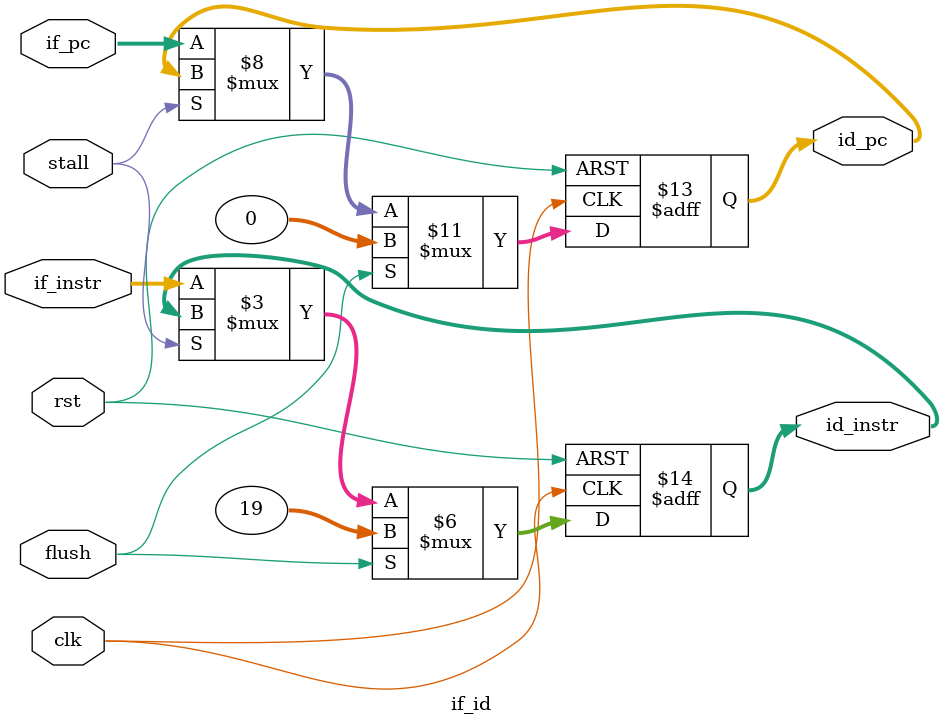
<source format=v>
`timescale 1ns / 1ps


module if_id(
    input wire clk,
    input wire rst,
    input wire stall,   // load-use hazard Ê± =1 ¶³½á IF/ID
    input wire flush,   // ·ÖÖ§/Ìø×ªÊ±³åË¢³É NOP£¨ÏÈ¿ÉÒÔ½Ó0£©

    //from if
    input wire [31:0] if_pc,
    input wire [31:0] if_instr,
    
    //to id
    output reg [31:0] id_pc,
    output reg [31:0] id_instr
    );
    
    always @(posedge clk or posedge rst) begin
        if (rst) begin
            id_pc    <= 32'b0;
            id_instr <= 32'h00000013; // NOP
        end else if (flush) begin
            id_pc    <= 32'b0;
            id_instr <= 32'h00000013;
        end else if (!stall) begin
            id_pc    <= if_pc;
            id_instr <= if_instr;
        end
    end
endmodule

</source>
